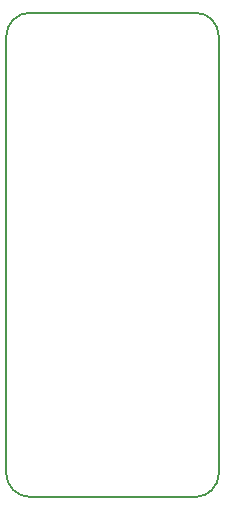
<source format=gm1>
G04 #@! TF.FileFunction,Profile,NP*
%FSLAX46Y46*%
G04 Gerber Fmt 4.6, Leading zero omitted, Abs format (unit mm)*
G04 Created by KiCad (PCBNEW 4.0.6) date 05/20/19 12:49:57*
%MOMM*%
%LPD*%
G01*
G04 APERTURE LIST*
%ADD10C,0.100000*%
%ADD11C,0.150000*%
G04 APERTURE END LIST*
D10*
D11*
X128180000Y-112600000D02*
X128180000Y-75600000D01*
X144180000Y-114600000D02*
X130180000Y-114600000D01*
X146180000Y-75600000D02*
X146180000Y-112600000D01*
X130180000Y-73600000D02*
X144180000Y-73600000D01*
X146180000Y-75600000D02*
G75*
G03X144180000Y-73600000I-2000000J0D01*
G01*
X130180000Y-73600000D02*
G75*
G03X128180000Y-75600000I0J-2000000D01*
G01*
X128180000Y-112600000D02*
G75*
G03X130180000Y-114600000I2000000J0D01*
G01*
X144180000Y-114600000D02*
G75*
G03X146180000Y-112600000I0J2000000D01*
G01*
M02*

</source>
